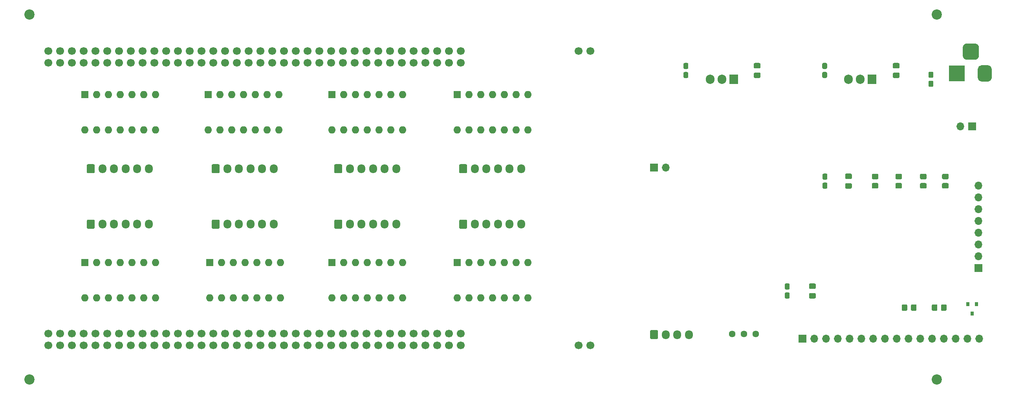
<source format=gbr>
%TF.GenerationSoftware,KiCad,Pcbnew,(5.1.8)-1*%
%TF.CreationDate,2021-07-13T09:26:45+05:30*%
%TF.ProjectId,rfsm,7266736d-2e6b-4696-9361-645f70636258,rev?*%
%TF.SameCoordinates,Original*%
%TF.FileFunction,Soldermask,Top*%
%TF.FilePolarity,Negative*%
%FSLAX46Y46*%
G04 Gerber Fmt 4.6, Leading zero omitted, Abs format (unit mm)*
G04 Created by KiCad (PCBNEW (5.1.8)-1) date 2021-07-13 09:26:45*
%MOMM*%
%LPD*%
G01*
G04 APERTURE LIST*
%ADD10O,1.700000X1.700000*%
%ADD11R,1.700000X1.700000*%
%ADD12C,1.700000*%
%ADD13C,2.200000*%
%ADD14R,1.600000X1.600000*%
%ADD15O,1.600000X1.600000*%
%ADD16R,3.500000X3.500000*%
%ADD17O,1.700000X1.950000*%
%ADD18R,0.800000X0.900000*%
%ADD19C,1.440000*%
%ADD20R,1.905000X2.000000*%
%ADD21O,1.905000X2.000000*%
G04 APERTURE END LIST*
D10*
%TO.C,J14*%
X170180000Y-91440000D03*
D11*
X167640000Y-91440000D03*
%TD*%
D10*
%TO.C,J13*%
X233680000Y-82550000D03*
D11*
X236220000Y-82550000D03*
%TD*%
D12*
%TO.C,U1*%
X125984000Y-66294000D03*
X125984000Y-68834000D03*
X123444000Y-66294000D03*
X123444000Y-68834000D03*
X120904000Y-66294000D03*
X120904000Y-68834000D03*
X118364000Y-66294000D03*
X118364000Y-68834000D03*
X115824000Y-66294000D03*
X115824000Y-68834000D03*
X113284000Y-66294000D03*
X113284000Y-68834000D03*
X110744000Y-66294000D03*
X110744000Y-68834000D03*
X108204000Y-66294000D03*
X108204000Y-68834000D03*
X105664000Y-66294000D03*
X105664000Y-68834000D03*
X103124000Y-66294000D03*
X103124000Y-68834000D03*
X100584000Y-66294000D03*
X100584000Y-68834000D03*
X98044000Y-66294000D03*
X98044000Y-68834000D03*
X95504000Y-66294000D03*
X95504000Y-68834000D03*
X92964000Y-66294000D03*
X92964000Y-68834000D03*
X90424000Y-66294000D03*
X90424000Y-68834000D03*
X87884000Y-66294000D03*
X87884000Y-68834000D03*
X85344000Y-66294000D03*
X85344000Y-68834000D03*
X82804000Y-66294000D03*
X82804000Y-68834000D03*
X80264000Y-66294000D03*
X80264000Y-68834000D03*
X77724000Y-66294000D03*
X77724000Y-68834000D03*
X75184000Y-66294000D03*
X75184000Y-68834000D03*
X72644000Y-66294000D03*
X72644000Y-68834000D03*
X70104000Y-66294000D03*
X70104000Y-68834000D03*
X67564000Y-66294000D03*
X67564000Y-68834000D03*
X65024000Y-66294000D03*
X65024000Y-68834000D03*
X62484000Y-66294000D03*
X62484000Y-68834000D03*
X59944000Y-66294000D03*
X59944000Y-68834000D03*
X57404000Y-66294000D03*
X57404000Y-68834000D03*
X54864000Y-66294000D03*
X54864000Y-68834000D03*
X52324000Y-66294000D03*
X52324000Y-68834000D03*
X49784000Y-66294000D03*
X49784000Y-68834000D03*
X47244000Y-66294000D03*
X47244000Y-68834000D03*
X44704000Y-66294000D03*
X44704000Y-68834000D03*
X42164000Y-66294000D03*
X42164000Y-68834000D03*
X39624000Y-66294000D03*
X39624000Y-68834000D03*
X37084000Y-66294000D03*
X37084000Y-68834000D03*
X125984000Y-127254000D03*
X125984000Y-129794000D03*
X123444000Y-127254000D03*
X123444000Y-129794000D03*
X120904000Y-127254000D03*
X120904000Y-129794000D03*
X118364000Y-127254000D03*
X118364000Y-129794000D03*
X115824000Y-127254000D03*
X115824000Y-129794000D03*
X113284000Y-127254000D03*
X113284000Y-129794000D03*
X110744000Y-127254000D03*
X110744000Y-129794000D03*
X108204000Y-127254000D03*
X108204000Y-129794000D03*
X105664000Y-127254000D03*
X105664000Y-129794000D03*
X103124000Y-127254000D03*
X103124000Y-129794000D03*
X100584000Y-127254000D03*
X100584000Y-129794000D03*
X98044000Y-127254000D03*
X98044000Y-129794000D03*
X95504000Y-127254000D03*
X95504000Y-129794000D03*
X92964000Y-127254000D03*
X92964000Y-129794000D03*
X90424000Y-127254000D03*
X90424000Y-129794000D03*
X87884000Y-127254000D03*
X87884000Y-129794000D03*
X85344000Y-127254000D03*
X85344000Y-129794000D03*
X82804000Y-127254000D03*
X82804000Y-129794000D03*
X80264000Y-127254000D03*
X80264000Y-129794000D03*
X77724000Y-127254000D03*
X77724000Y-129794000D03*
X75184000Y-127254000D03*
X75184000Y-129794000D03*
X72644000Y-127254000D03*
X72644000Y-129794000D03*
X70104000Y-127254000D03*
X70104000Y-129794000D03*
X67564000Y-127254000D03*
X67564000Y-129794000D03*
X65024000Y-127254000D03*
X65024000Y-129794000D03*
X62484000Y-127254000D03*
X62484000Y-129794000D03*
X59944000Y-127254000D03*
X59944000Y-129794000D03*
X57404000Y-127254000D03*
X57404000Y-129794000D03*
X54864000Y-127254000D03*
X54864000Y-129794000D03*
X52324000Y-127254000D03*
X52324000Y-129794000D03*
X49784000Y-127254000D03*
X49784000Y-129794000D03*
X47244000Y-127254000D03*
X47244000Y-129794000D03*
X44704000Y-127254000D03*
X44704000Y-129794000D03*
X42164000Y-127254000D03*
X42164000Y-129794000D03*
X39624000Y-127254000D03*
X39624000Y-129794000D03*
X37084000Y-127254000D03*
X37084000Y-129794000D03*
X153924000Y-66294000D03*
X151384000Y-66294000D03*
X153924000Y-129794000D03*
X151384000Y-129794000D03*
%TD*%
%TO.C,C17*%
G36*
G01*
X227054999Y-72715000D02*
X227605001Y-72715000D01*
G75*
G02*
X227855000Y-72964999I0J-249999D01*
G01*
X227855000Y-73765001D01*
G75*
G02*
X227605001Y-74015000I-249999J0D01*
G01*
X227054999Y-74015000D01*
G75*
G02*
X226805000Y-73765001I0J249999D01*
G01*
X226805000Y-72964999D01*
G75*
G02*
X227054999Y-72715000I249999J0D01*
G01*
G37*
G36*
G01*
X227054999Y-70765000D02*
X227605001Y-70765000D01*
G75*
G02*
X227855000Y-71014999I0J-249999D01*
G01*
X227855000Y-71815001D01*
G75*
G02*
X227605001Y-72065000I-249999J0D01*
G01*
X227054999Y-72065000D01*
G75*
G02*
X226805000Y-71815001I0J249999D01*
G01*
X226805000Y-71014999D01*
G75*
G02*
X227054999Y-70765000I249999J0D01*
G01*
G37*
%TD*%
D13*
%TO.C,REF\u002A\u002A*%
X228600000Y-137160000D03*
%TD*%
%TO.C,REF\u002A\u002A*%
X228600000Y-58420000D03*
%TD*%
%TO.C,REF\u002A\u002A*%
X33020000Y-137160000D03*
%TD*%
%TO.C,REF\u002A\u002A*%
X33020000Y-58420000D03*
%TD*%
D14*
%TO.C,U9*%
X44908800Y-75666600D03*
D15*
X60148800Y-83286600D03*
X47448800Y-75666600D03*
X57608800Y-83286600D03*
X49988800Y-75666600D03*
X55068800Y-83286600D03*
X52528800Y-75666600D03*
X52528800Y-83286600D03*
X55068800Y-75666600D03*
X49988800Y-83286600D03*
X57608800Y-75666600D03*
X47448800Y-83286600D03*
X60148800Y-75666600D03*
X44908800Y-83286600D03*
%TD*%
%TO.C,C1*%
G36*
G01*
X220312000Y-72110000D02*
X219362000Y-72110000D01*
G75*
G02*
X219112000Y-71860000I0J250000D01*
G01*
X219112000Y-71185000D01*
G75*
G02*
X219362000Y-70935000I250000J0D01*
G01*
X220312000Y-70935000D01*
G75*
G02*
X220562000Y-71185000I0J-250000D01*
G01*
X220562000Y-71860000D01*
G75*
G02*
X220312000Y-72110000I-250000J0D01*
G01*
G37*
G36*
G01*
X220312000Y-70035000D02*
X219362000Y-70035000D01*
G75*
G02*
X219112000Y-69785000I0J250000D01*
G01*
X219112000Y-69110000D01*
G75*
G02*
X219362000Y-68860000I250000J0D01*
G01*
X220312000Y-68860000D01*
G75*
G02*
X220562000Y-69110000I0J-250000D01*
G01*
X220562000Y-69785000D01*
G75*
G02*
X220312000Y-70035000I-250000J0D01*
G01*
G37*
%TD*%
%TO.C,C2*%
G36*
G01*
X204694201Y-72110000D02*
X204144199Y-72110000D01*
G75*
G02*
X203894200Y-71860001I0J249999D01*
G01*
X203894200Y-71059999D01*
G75*
G02*
X204144199Y-70810000I249999J0D01*
G01*
X204694201Y-70810000D01*
G75*
G02*
X204944200Y-71059999I0J-249999D01*
G01*
X204944200Y-71860001D01*
G75*
G02*
X204694201Y-72110000I-249999J0D01*
G01*
G37*
G36*
G01*
X204694201Y-70160000D02*
X204144199Y-70160000D01*
G75*
G02*
X203894200Y-69910001I0J249999D01*
G01*
X203894200Y-69109999D01*
G75*
G02*
X204144199Y-68860000I249999J0D01*
G01*
X204694201Y-68860000D01*
G75*
G02*
X204944200Y-69109999I0J-249999D01*
G01*
X204944200Y-69910001D01*
G75*
G02*
X204694201Y-70160000I-249999J0D01*
G01*
G37*
%TD*%
%TO.C,C3*%
G36*
G01*
X204201599Y-92736000D02*
X204751601Y-92736000D01*
G75*
G02*
X205001600Y-92985999I0J-249999D01*
G01*
X205001600Y-93786001D01*
G75*
G02*
X204751601Y-94036000I-249999J0D01*
G01*
X204201599Y-94036000D01*
G75*
G02*
X203951600Y-93786001I0J249999D01*
G01*
X203951600Y-92985999D01*
G75*
G02*
X204201599Y-92736000I249999J0D01*
G01*
G37*
G36*
G01*
X204201599Y-94686000D02*
X204751601Y-94686000D01*
G75*
G02*
X205001600Y-94935999I0J-249999D01*
G01*
X205001600Y-95736001D01*
G75*
G02*
X204751601Y-95986000I-249999J0D01*
G01*
X204201599Y-95986000D01*
G75*
G02*
X203951600Y-95736001I0J249999D01*
G01*
X203951600Y-94935999D01*
G75*
G02*
X204201599Y-94686000I249999J0D01*
G01*
G37*
%TD*%
%TO.C,C4*%
G36*
G01*
X209078400Y-92736000D02*
X210028400Y-92736000D01*
G75*
G02*
X210278400Y-92986000I0J-250000D01*
G01*
X210278400Y-93661000D01*
G75*
G02*
X210028400Y-93911000I-250000J0D01*
G01*
X209078400Y-93911000D01*
G75*
G02*
X208828400Y-93661000I0J250000D01*
G01*
X208828400Y-92986000D01*
G75*
G02*
X209078400Y-92736000I250000J0D01*
G01*
G37*
G36*
G01*
X209078400Y-94811000D02*
X210028400Y-94811000D01*
G75*
G02*
X210278400Y-95061000I0J-250000D01*
G01*
X210278400Y-95736000D01*
G75*
G02*
X210028400Y-95986000I-250000J0D01*
G01*
X209078400Y-95986000D01*
G75*
G02*
X208828400Y-95736000I0J250000D01*
G01*
X208828400Y-95061000D01*
G75*
G02*
X209078400Y-94811000I250000J0D01*
G01*
G37*
%TD*%
%TO.C,C5*%
G36*
G01*
X201302600Y-118509200D02*
X202252600Y-118509200D01*
G75*
G02*
X202502600Y-118759200I0J-250000D01*
G01*
X202502600Y-119434200D01*
G75*
G02*
X202252600Y-119684200I-250000J0D01*
G01*
X201302600Y-119684200D01*
G75*
G02*
X201052600Y-119434200I0J250000D01*
G01*
X201052600Y-118759200D01*
G75*
G02*
X201302600Y-118509200I250000J0D01*
G01*
G37*
G36*
G01*
X201302600Y-116434200D02*
X202252600Y-116434200D01*
G75*
G02*
X202502600Y-116684200I0J-250000D01*
G01*
X202502600Y-117359200D01*
G75*
G02*
X202252600Y-117609200I-250000J0D01*
G01*
X201302600Y-117609200D01*
G75*
G02*
X201052600Y-117359200I0J250000D01*
G01*
X201052600Y-116684200D01*
G75*
G02*
X201302600Y-116434200I250000J0D01*
G01*
G37*
%TD*%
%TO.C,C6*%
G36*
G01*
X196066999Y-118384200D02*
X196617001Y-118384200D01*
G75*
G02*
X196867000Y-118634199I0J-249999D01*
G01*
X196867000Y-119434201D01*
G75*
G02*
X196617001Y-119684200I-249999J0D01*
G01*
X196066999Y-119684200D01*
G75*
G02*
X195817000Y-119434201I0J249999D01*
G01*
X195817000Y-118634199D01*
G75*
G02*
X196066999Y-118384200I249999J0D01*
G01*
G37*
G36*
G01*
X196066999Y-116434200D02*
X196617001Y-116434200D01*
G75*
G02*
X196867000Y-116684199I0J-249999D01*
G01*
X196867000Y-117484201D01*
G75*
G02*
X196617001Y-117734200I-249999J0D01*
G01*
X196066999Y-117734200D01*
G75*
G02*
X195817000Y-117484201I0J249999D01*
G01*
X195817000Y-116684199D01*
G75*
G02*
X196066999Y-116434200I249999J0D01*
G01*
G37*
%TD*%
%TO.C,C7*%
G36*
G01*
X190340000Y-70035000D02*
X189390000Y-70035000D01*
G75*
G02*
X189140000Y-69785000I0J250000D01*
G01*
X189140000Y-69110000D01*
G75*
G02*
X189390000Y-68860000I250000J0D01*
G01*
X190340000Y-68860000D01*
G75*
G02*
X190590000Y-69110000I0J-250000D01*
G01*
X190590000Y-69785000D01*
G75*
G02*
X190340000Y-70035000I-250000J0D01*
G01*
G37*
G36*
G01*
X190340000Y-72110000D02*
X189390000Y-72110000D01*
G75*
G02*
X189140000Y-71860000I0J250000D01*
G01*
X189140000Y-71185000D01*
G75*
G02*
X189390000Y-70935000I250000J0D01*
G01*
X190340000Y-70935000D01*
G75*
G02*
X190590000Y-71185000I0J-250000D01*
G01*
X190590000Y-71860000D01*
G75*
G02*
X190340000Y-72110000I-250000J0D01*
G01*
G37*
%TD*%
%TO.C,C8*%
G36*
G01*
X174773001Y-70160000D02*
X174222999Y-70160000D01*
G75*
G02*
X173973000Y-69910001I0J249999D01*
G01*
X173973000Y-69109999D01*
G75*
G02*
X174222999Y-68860000I249999J0D01*
G01*
X174773001Y-68860000D01*
G75*
G02*
X175023000Y-69109999I0J-249999D01*
G01*
X175023000Y-69910001D01*
G75*
G02*
X174773001Y-70160000I-249999J0D01*
G01*
G37*
G36*
G01*
X174773001Y-72110000D02*
X174222999Y-72110000D01*
G75*
G02*
X173973000Y-71860001I0J249999D01*
G01*
X173973000Y-71059999D01*
G75*
G02*
X174222999Y-70810000I249999J0D01*
G01*
X174773001Y-70810000D01*
G75*
G02*
X175023000Y-71059999I0J-249999D01*
G01*
X175023000Y-71860001D01*
G75*
G02*
X174773001Y-72110000I-249999J0D01*
G01*
G37*
%TD*%
D16*
%TO.C,J1*%
X232930700Y-71120000D03*
G36*
G01*
X240430700Y-70120000D02*
X240430700Y-72120000D01*
G75*
G02*
X239680700Y-72870000I-750000J0D01*
G01*
X238180700Y-72870000D01*
G75*
G02*
X237430700Y-72120000I0J750000D01*
G01*
X237430700Y-70120000D01*
G75*
G02*
X238180700Y-69370000I750000J0D01*
G01*
X239680700Y-69370000D01*
G75*
G02*
X240430700Y-70120000I0J-750000D01*
G01*
G37*
G36*
G01*
X237680700Y-65545000D02*
X237680700Y-67295000D01*
G75*
G02*
X236805700Y-68170000I-875000J0D01*
G01*
X235055700Y-68170000D01*
G75*
G02*
X234180700Y-67295000I0J875000D01*
G01*
X234180700Y-65545000D01*
G75*
G02*
X235055700Y-64670000I875000J0D01*
G01*
X236805700Y-64670000D01*
G75*
G02*
X237680700Y-65545000I0J-875000D01*
G01*
G37*
%TD*%
D11*
%TO.C,J2*%
X199644000Y-128320800D03*
D10*
X202184000Y-128320800D03*
X204724000Y-128320800D03*
X207264000Y-128320800D03*
X209804000Y-128320800D03*
X212344000Y-128320800D03*
X214884000Y-128320800D03*
X217424000Y-128320800D03*
X219964000Y-128320800D03*
X222504000Y-128320800D03*
X225044000Y-128320800D03*
X227584000Y-128320800D03*
X230124000Y-128320800D03*
X232664000Y-128320800D03*
X235204000Y-128320800D03*
X237744000Y-128320800D03*
%TD*%
D11*
%TO.C,J3*%
X237591600Y-113106200D03*
D10*
X237591600Y-110566200D03*
X237591600Y-108026200D03*
X237591600Y-105486200D03*
X237591600Y-102946200D03*
X237591600Y-100406200D03*
X237591600Y-97866200D03*
X237591600Y-95326200D03*
%TD*%
%TO.C,J4*%
G36*
G01*
X166790000Y-128182200D02*
X166790000Y-126732200D01*
G75*
G02*
X167040000Y-126482200I250000J0D01*
G01*
X168240000Y-126482200D01*
G75*
G02*
X168490000Y-126732200I0J-250000D01*
G01*
X168490000Y-128182200D01*
G75*
G02*
X168240000Y-128432200I-250000J0D01*
G01*
X167040000Y-128432200D01*
G75*
G02*
X166790000Y-128182200I0J250000D01*
G01*
G37*
D17*
X170140000Y-127457200D03*
X172640000Y-127457200D03*
X175140000Y-127457200D03*
%TD*%
%TO.C,J5*%
G36*
G01*
X125642000Y-104373000D02*
X125642000Y-102923000D01*
G75*
G02*
X125892000Y-102673000I250000J0D01*
G01*
X127092000Y-102673000D01*
G75*
G02*
X127342000Y-102923000I0J-250000D01*
G01*
X127342000Y-104373000D01*
G75*
G02*
X127092000Y-104623000I-250000J0D01*
G01*
X125892000Y-104623000D01*
G75*
G02*
X125642000Y-104373000I0J250000D01*
G01*
G37*
X128992000Y-103648000D03*
X131492000Y-103648000D03*
X133992000Y-103648000D03*
X136492000Y-103648000D03*
X138992000Y-103648000D03*
%TD*%
%TO.C,J6*%
X138992000Y-91678000D03*
X136492000Y-91678000D03*
X133992000Y-91678000D03*
X131492000Y-91678000D03*
X128992000Y-91678000D03*
G36*
G01*
X125642000Y-92403000D02*
X125642000Y-90953000D01*
G75*
G02*
X125892000Y-90703000I250000J0D01*
G01*
X127092000Y-90703000D01*
G75*
G02*
X127342000Y-90953000I0J-250000D01*
G01*
X127342000Y-92403000D01*
G75*
G02*
X127092000Y-92653000I-250000J0D01*
G01*
X125892000Y-92653000D01*
G75*
G02*
X125642000Y-92403000I0J250000D01*
G01*
G37*
%TD*%
%TO.C,J7*%
G36*
G01*
X98718000Y-104373000D02*
X98718000Y-102923000D01*
G75*
G02*
X98968000Y-102673000I250000J0D01*
G01*
X100168000Y-102673000D01*
G75*
G02*
X100418000Y-102923000I0J-250000D01*
G01*
X100418000Y-104373000D01*
G75*
G02*
X100168000Y-104623000I-250000J0D01*
G01*
X98968000Y-104623000D01*
G75*
G02*
X98718000Y-104373000I0J250000D01*
G01*
G37*
X102068000Y-103648000D03*
X104568000Y-103648000D03*
X107068000Y-103648000D03*
X109568000Y-103648000D03*
X112068000Y-103648000D03*
%TD*%
%TO.C,J8*%
X112068000Y-91678000D03*
X109568000Y-91678000D03*
X107068000Y-91678000D03*
X104568000Y-91678000D03*
X102068000Y-91678000D03*
G36*
G01*
X98718000Y-92403000D02*
X98718000Y-90953000D01*
G75*
G02*
X98968000Y-90703000I250000J0D01*
G01*
X100168000Y-90703000D01*
G75*
G02*
X100418000Y-90953000I0J-250000D01*
G01*
X100418000Y-92403000D01*
G75*
G02*
X100168000Y-92653000I-250000J0D01*
G01*
X98968000Y-92653000D01*
G75*
G02*
X98718000Y-92403000I0J250000D01*
G01*
G37*
%TD*%
%TO.C,J9*%
G36*
G01*
X72302000Y-104373000D02*
X72302000Y-102923000D01*
G75*
G02*
X72552000Y-102673000I250000J0D01*
G01*
X73752000Y-102673000D01*
G75*
G02*
X74002000Y-102923000I0J-250000D01*
G01*
X74002000Y-104373000D01*
G75*
G02*
X73752000Y-104623000I-250000J0D01*
G01*
X72552000Y-104623000D01*
G75*
G02*
X72302000Y-104373000I0J250000D01*
G01*
G37*
X75652000Y-103648000D03*
X78152000Y-103648000D03*
X80652000Y-103648000D03*
X83152000Y-103648000D03*
X85652000Y-103648000D03*
%TD*%
%TO.C,J10*%
X85652000Y-91678000D03*
X83152000Y-91678000D03*
X80652000Y-91678000D03*
X78152000Y-91678000D03*
X75652000Y-91678000D03*
G36*
G01*
X72302000Y-92403000D02*
X72302000Y-90953000D01*
G75*
G02*
X72552000Y-90703000I250000J0D01*
G01*
X73752000Y-90703000D01*
G75*
G02*
X74002000Y-90953000I0J-250000D01*
G01*
X74002000Y-92403000D01*
G75*
G02*
X73752000Y-92653000I-250000J0D01*
G01*
X72552000Y-92653000D01*
G75*
G02*
X72302000Y-92403000I0J250000D01*
G01*
G37*
%TD*%
%TO.C,J11*%
G36*
G01*
X45378000Y-92403000D02*
X45378000Y-90953000D01*
G75*
G02*
X45628000Y-90703000I250000J0D01*
G01*
X46828000Y-90703000D01*
G75*
G02*
X47078000Y-90953000I0J-250000D01*
G01*
X47078000Y-92403000D01*
G75*
G02*
X46828000Y-92653000I-250000J0D01*
G01*
X45628000Y-92653000D01*
G75*
G02*
X45378000Y-92403000I0J250000D01*
G01*
G37*
X48728000Y-91678000D03*
X51228000Y-91678000D03*
X53728000Y-91678000D03*
X56228000Y-91678000D03*
X58728000Y-91678000D03*
%TD*%
%TO.C,J12*%
X58728000Y-103648000D03*
X56228000Y-103648000D03*
X53728000Y-103648000D03*
X51228000Y-103648000D03*
X48728000Y-103648000D03*
G36*
G01*
X45378000Y-104373000D02*
X45378000Y-102923000D01*
G75*
G02*
X45628000Y-102673000I250000J0D01*
G01*
X46828000Y-102673000D01*
G75*
G02*
X47078000Y-102923000I0J-250000D01*
G01*
X47078000Y-104373000D01*
G75*
G02*
X46828000Y-104623000I-250000J0D01*
G01*
X45628000Y-104623000D01*
G75*
G02*
X45378000Y-104373000I0J250000D01*
G01*
G37*
%TD*%
D18*
%TO.C,Q1*%
X237170000Y-120920000D03*
X235270000Y-120920000D03*
X236220000Y-122920000D03*
%TD*%
%TO.C,R1*%
G36*
G01*
X230708000Y-121190599D02*
X230708000Y-122090601D01*
G75*
G02*
X230458001Y-122340600I-249999J0D01*
G01*
X229757999Y-122340600D01*
G75*
G02*
X229508000Y-122090601I0J249999D01*
G01*
X229508000Y-121190599D01*
G75*
G02*
X229757999Y-120940600I249999J0D01*
G01*
X230458001Y-120940600D01*
G75*
G02*
X230708000Y-121190599I0J-249999D01*
G01*
G37*
G36*
G01*
X228708000Y-121190599D02*
X228708000Y-122090601D01*
G75*
G02*
X228458001Y-122340600I-249999J0D01*
G01*
X227757999Y-122340600D01*
G75*
G02*
X227508000Y-122090601I0J249999D01*
G01*
X227508000Y-121190599D01*
G75*
G02*
X227757999Y-120940600I249999J0D01*
G01*
X228458001Y-120940600D01*
G75*
G02*
X228708000Y-121190599I0J-249999D01*
G01*
G37*
%TD*%
%TO.C,R2*%
G36*
G01*
X214846999Y-94761000D02*
X215747001Y-94761000D01*
G75*
G02*
X215997000Y-95010999I0J-249999D01*
G01*
X215997000Y-95711001D01*
G75*
G02*
X215747001Y-95961000I-249999J0D01*
G01*
X214846999Y-95961000D01*
G75*
G02*
X214597000Y-95711001I0J249999D01*
G01*
X214597000Y-95010999D01*
G75*
G02*
X214846999Y-94761000I249999J0D01*
G01*
G37*
G36*
G01*
X214846999Y-92761000D02*
X215747001Y-92761000D01*
G75*
G02*
X215997000Y-93010999I0J-249999D01*
G01*
X215997000Y-93711001D01*
G75*
G02*
X215747001Y-93961000I-249999J0D01*
G01*
X214846999Y-93961000D01*
G75*
G02*
X214597000Y-93711001I0J249999D01*
G01*
X214597000Y-93010999D01*
G75*
G02*
X214846999Y-92761000I249999J0D01*
G01*
G37*
%TD*%
%TO.C,R3*%
G36*
G01*
X219926999Y-94761000D02*
X220827001Y-94761000D01*
G75*
G02*
X221077000Y-95010999I0J-249999D01*
G01*
X221077000Y-95711001D01*
G75*
G02*
X220827001Y-95961000I-249999J0D01*
G01*
X219926999Y-95961000D01*
G75*
G02*
X219677000Y-95711001I0J249999D01*
G01*
X219677000Y-95010999D01*
G75*
G02*
X219926999Y-94761000I249999J0D01*
G01*
G37*
G36*
G01*
X219926999Y-92761000D02*
X220827001Y-92761000D01*
G75*
G02*
X221077000Y-93010999I0J-249999D01*
G01*
X221077000Y-93711001D01*
G75*
G02*
X220827001Y-93961000I-249999J0D01*
G01*
X219926999Y-93961000D01*
G75*
G02*
X219677000Y-93711001I0J249999D01*
G01*
X219677000Y-93010999D01*
G75*
G02*
X219926999Y-92761000I249999J0D01*
G01*
G37*
%TD*%
%TO.C,R4*%
G36*
G01*
X225235599Y-92761000D02*
X226135601Y-92761000D01*
G75*
G02*
X226385600Y-93010999I0J-249999D01*
G01*
X226385600Y-93711001D01*
G75*
G02*
X226135601Y-93961000I-249999J0D01*
G01*
X225235599Y-93961000D01*
G75*
G02*
X224985600Y-93711001I0J249999D01*
G01*
X224985600Y-93010999D01*
G75*
G02*
X225235599Y-92761000I249999J0D01*
G01*
G37*
G36*
G01*
X225235599Y-94761000D02*
X226135601Y-94761000D01*
G75*
G02*
X226385600Y-95010999I0J-249999D01*
G01*
X226385600Y-95711001D01*
G75*
G02*
X226135601Y-95961000I-249999J0D01*
G01*
X225235599Y-95961000D01*
G75*
G02*
X224985600Y-95711001I0J249999D01*
G01*
X224985600Y-95010999D01*
G75*
G02*
X225235599Y-94761000I249999J0D01*
G01*
G37*
%TD*%
%TO.C,R5*%
G36*
G01*
X229985399Y-94761000D02*
X230885401Y-94761000D01*
G75*
G02*
X231135400Y-95010999I0J-249999D01*
G01*
X231135400Y-95711001D01*
G75*
G02*
X230885401Y-95961000I-249999J0D01*
G01*
X229985399Y-95961000D01*
G75*
G02*
X229735400Y-95711001I0J249999D01*
G01*
X229735400Y-95010999D01*
G75*
G02*
X229985399Y-94761000I249999J0D01*
G01*
G37*
G36*
G01*
X229985399Y-92761000D02*
X230885401Y-92761000D01*
G75*
G02*
X231135400Y-93010999I0J-249999D01*
G01*
X231135400Y-93711001D01*
G75*
G02*
X230885401Y-93961000I-249999J0D01*
G01*
X229985399Y-93961000D01*
G75*
G02*
X229735400Y-93711001I0J249999D01*
G01*
X229735400Y-93010999D01*
G75*
G02*
X229985399Y-92761000I249999J0D01*
G01*
G37*
%TD*%
%TO.C,R6*%
G36*
G01*
X221031000Y-122090601D02*
X221031000Y-121190599D01*
G75*
G02*
X221280999Y-120940600I249999J0D01*
G01*
X221981001Y-120940600D01*
G75*
G02*
X222231000Y-121190599I0J-249999D01*
G01*
X222231000Y-122090601D01*
G75*
G02*
X221981001Y-122340600I-249999J0D01*
G01*
X221280999Y-122340600D01*
G75*
G02*
X221031000Y-122090601I0J249999D01*
G01*
G37*
G36*
G01*
X223031000Y-122090601D02*
X223031000Y-121190599D01*
G75*
G02*
X223280999Y-120940600I249999J0D01*
G01*
X223981001Y-120940600D01*
G75*
G02*
X224231000Y-121190599I0J-249999D01*
G01*
X224231000Y-122090601D01*
G75*
G02*
X223981001Y-122340600I-249999J0D01*
G01*
X223280999Y-122340600D01*
G75*
G02*
X223031000Y-122090601I0J249999D01*
G01*
G37*
%TD*%
D19*
%TO.C,RV1*%
X189534800Y-127355600D03*
X186994800Y-127355600D03*
X184454800Y-127355600D03*
%TD*%
D20*
%TO.C,U2*%
X214630000Y-72390000D03*
D21*
X212090000Y-72390000D03*
X209550000Y-72390000D03*
%TD*%
D14*
%TO.C,U3*%
X125250600Y-111928400D03*
D15*
X140490600Y-119548400D03*
X127790600Y-111928400D03*
X137950600Y-119548400D03*
X130330600Y-111928400D03*
X135410600Y-119548400D03*
X132870600Y-111928400D03*
X132870600Y-119548400D03*
X135410600Y-111928400D03*
X130330600Y-119548400D03*
X137950600Y-111928400D03*
X127790600Y-119548400D03*
X140490600Y-111928400D03*
X125250600Y-119548400D03*
%TD*%
%TO.C,U4*%
X125250600Y-83286600D03*
X140490600Y-75666600D03*
X127790600Y-83286600D03*
X137950600Y-75666600D03*
X130330600Y-83286600D03*
X135410600Y-75666600D03*
X132870600Y-83286600D03*
X132870600Y-75666600D03*
X135410600Y-83286600D03*
X130330600Y-75666600D03*
X137950600Y-83286600D03*
X127790600Y-75666600D03*
X140490600Y-83286600D03*
D14*
X125250600Y-75666600D03*
%TD*%
D15*
%TO.C,U5*%
X98247200Y-119548400D03*
X113487200Y-111928400D03*
X100787200Y-119548400D03*
X110947200Y-111928400D03*
X103327200Y-119548400D03*
X108407200Y-111928400D03*
X105867200Y-119548400D03*
X105867200Y-111928400D03*
X108407200Y-119548400D03*
X103327200Y-111928400D03*
X110947200Y-119548400D03*
X100787200Y-111928400D03*
X113487200Y-119548400D03*
D14*
X98247200Y-111928400D03*
%TD*%
%TO.C,U6*%
X98247200Y-75666600D03*
D15*
X113487200Y-83286600D03*
X100787200Y-75666600D03*
X110947200Y-83286600D03*
X103327200Y-75666600D03*
X108407200Y-83286600D03*
X105867200Y-75666600D03*
X105867200Y-83286600D03*
X108407200Y-75666600D03*
X103327200Y-83286600D03*
X110947200Y-75666600D03*
X100787200Y-83286600D03*
X113487200Y-75666600D03*
X98247200Y-83286600D03*
%TD*%
D14*
%TO.C,U7*%
X71856600Y-111928400D03*
D15*
X87096600Y-119548400D03*
X74396600Y-111928400D03*
X84556600Y-119548400D03*
X76936600Y-111928400D03*
X82016600Y-119548400D03*
X79476600Y-111928400D03*
X79476600Y-119548400D03*
X82016600Y-111928400D03*
X76936600Y-119548400D03*
X84556600Y-111928400D03*
X74396600Y-119548400D03*
X87096600Y-111928400D03*
X71856600Y-119548400D03*
%TD*%
%TO.C,U8*%
X71551800Y-83286600D03*
X86791800Y-75666600D03*
X74091800Y-83286600D03*
X84251800Y-75666600D03*
X76631800Y-83286600D03*
X81711800Y-75666600D03*
X79171800Y-83286600D03*
X79171800Y-75666600D03*
X81711800Y-83286600D03*
X76631800Y-75666600D03*
X84251800Y-83286600D03*
X74091800Y-75666600D03*
X86791800Y-83286600D03*
D14*
X71551800Y-75666600D03*
%TD*%
D15*
%TO.C,U10*%
X44908800Y-119548400D03*
X60148800Y-111928400D03*
X47448800Y-119548400D03*
X57608800Y-111928400D03*
X49988800Y-119548400D03*
X55068800Y-111928400D03*
X52528800Y-119548400D03*
X52528800Y-111928400D03*
X55068800Y-119548400D03*
X49988800Y-111928400D03*
X57608800Y-119548400D03*
X47448800Y-111928400D03*
X60148800Y-119548400D03*
D14*
X44908800Y-111928400D03*
%TD*%
D21*
%TO.C,U11*%
X179705000Y-72390000D03*
X182245000Y-72390000D03*
D20*
X184785000Y-72390000D03*
%TD*%
M02*

</source>
